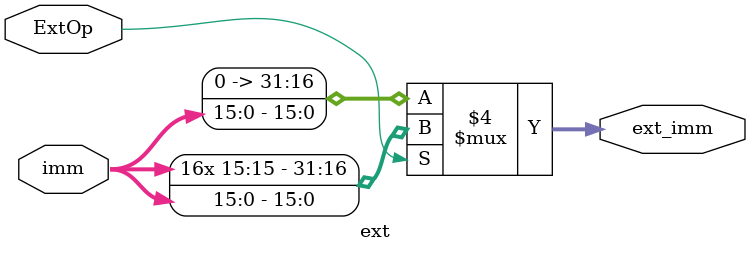
<source format=v>


module ext(imm,ExtOp,ext_imm);
	input [15:0]imm;	//´ýÀ©Õ¹µÄ16Î»Á¢¼´Êý
	input ExtOp;	//ÁãÀ©Õ¹·ûºÅ
	output reg[31:0]ext_imm;	//À©Õ¹½á¹û
	initial begin
		ext_imm=0;
	end
	always @(imm,ExtOp)
	begin
		if(ExtOp)
		begin
			ext_imm={{16{imm[15]}},imm[15:0]};	//·ûºÅÀ©Õ¹:¸ßÎ»²¹·ûºÅÎ»
		end
		else
		begin
			ext_imm={{16'b0},imm[15:0]};	//ÁãÀ©Õ¹£º²¹0
		end
	end
endmodule
</source>
